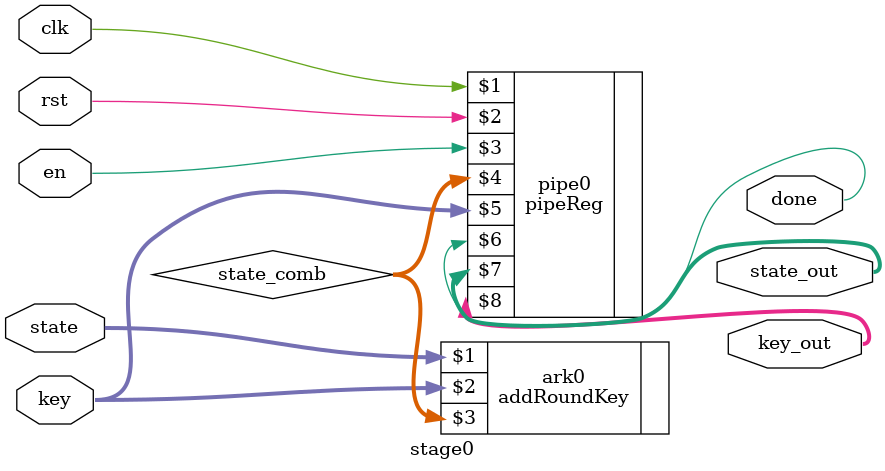
<source format=sv>
`timescale 1ps/1ps
module stage0 (
    input clk, rst, en,
    input [127:0] state, key,
    output done,
    output [127:0] state_out, key_out
);

    wire [127:0] state_comb;

    addRoundKey ark0 (state, key, state_comb);
    pipeReg pipe0 (clk, rst, en, state_comb, key, done, state_out, key_out);

endmodule
</source>
